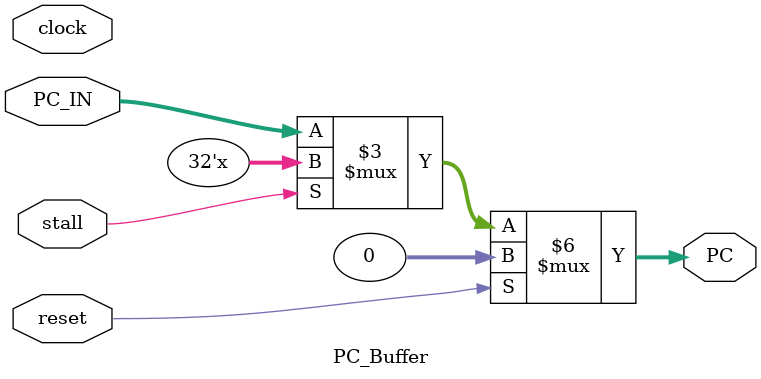
<source format=v>
module PC_Buffer(clock, stall, reset, PC_IN, PC);
  input clock, stall, reset;
  input[31:0] PC_IN;
  output reg[31:0] PC;
  
  always @(clock)
    if (reset)
      begin
        PC <= 0;
      end
    else if (!stall)
      begin
        PC <= PC_IN;
      end
      
endmodule
</source>
